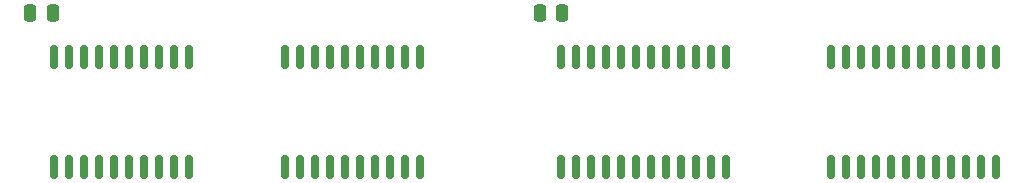
<source format=gbr>
%TF.GenerationSoftware,KiCad,Pcbnew,(6.0.0-0)*%
%TF.CreationDate,2022-10-19T21:39:45-04:00*%
%TF.ProjectId,CPU-Instruction-Decoder,4350552d-496e-4737-9472-756374696f6e,rev?*%
%TF.SameCoordinates,Original*%
%TF.FileFunction,Paste,Top*%
%TF.FilePolarity,Positive*%
%FSLAX46Y46*%
G04 Gerber Fmt 4.6, Leading zero omitted, Abs format (unit mm)*
G04 Created by KiCad (PCBNEW (6.0.0-0)) date 2022-10-19 21:39:45*
%MOMM*%
%LPD*%
G01*
G04 APERTURE LIST*
G04 Aperture macros list*
%AMRoundRect*
0 Rectangle with rounded corners*
0 $1 Rounding radius*
0 $2 $3 $4 $5 $6 $7 $8 $9 X,Y pos of 4 corners*
0 Add a 4 corners polygon primitive as box body*
4,1,4,$2,$3,$4,$5,$6,$7,$8,$9,$2,$3,0*
0 Add four circle primitives for the rounded corners*
1,1,$1+$1,$2,$3*
1,1,$1+$1,$4,$5*
1,1,$1+$1,$6,$7*
1,1,$1+$1,$8,$9*
0 Add four rect primitives between the rounded corners*
20,1,$1+$1,$2,$3,$4,$5,0*
20,1,$1+$1,$4,$5,$6,$7,0*
20,1,$1+$1,$6,$7,$8,$9,0*
20,1,$1+$1,$8,$9,$2,$3,0*%
G04 Aperture macros list end*
%ADD10RoundRect,0.150000X0.150000X-0.875000X0.150000X0.875000X-0.150000X0.875000X-0.150000X-0.875000X0*%
%ADD11RoundRect,0.250000X0.250000X0.475000X-0.250000X0.475000X-0.250000X-0.475000X0.250000X-0.475000X0*%
G04 APERTURE END LIST*
D10*
%TO.C,U2*%
X288417000Y-209472000D03*
X289687000Y-209472000D03*
X290957000Y-209472000D03*
X292227000Y-209472000D03*
X293497000Y-209472000D03*
X294767000Y-209472000D03*
X296037000Y-209472000D03*
X297307000Y-209472000D03*
X298577000Y-209472000D03*
X299847000Y-209472000D03*
X301117000Y-209472000D03*
X302387000Y-209472000D03*
X302387000Y-218772000D03*
X301117000Y-218772000D03*
X299847000Y-218772000D03*
X298577000Y-218772000D03*
X297307000Y-218772000D03*
X296037000Y-218772000D03*
X294767000Y-218772000D03*
X293497000Y-218772000D03*
X292227000Y-218772000D03*
X290957000Y-218772000D03*
X289687000Y-218772000D03*
X288417000Y-218772000D03*
%TD*%
%TO.C,U11*%
X265049000Y-209472000D03*
X266319000Y-209472000D03*
X267589000Y-209472000D03*
X268859000Y-209472000D03*
X270129000Y-209472000D03*
X271399000Y-209472000D03*
X272669000Y-209472000D03*
X273939000Y-209472000D03*
X275209000Y-209472000D03*
X276479000Y-209472000D03*
X276479000Y-218772000D03*
X275209000Y-218772000D03*
X273939000Y-218772000D03*
X272669000Y-218772000D03*
X271399000Y-218772000D03*
X270129000Y-218772000D03*
X268859000Y-218772000D03*
X267589000Y-218772000D03*
X266319000Y-218772000D03*
X265049000Y-218772000D03*
%TD*%
%TO.C,U12*%
X245491000Y-209472000D03*
X246761000Y-209472000D03*
X248031000Y-209472000D03*
X249301000Y-209472000D03*
X250571000Y-209472000D03*
X251841000Y-209472000D03*
X253111000Y-209472000D03*
X254381000Y-209472000D03*
X255651000Y-209472000D03*
X256921000Y-209472000D03*
X256921000Y-218772000D03*
X255651000Y-218772000D03*
X254381000Y-218772000D03*
X253111000Y-218772000D03*
X251841000Y-218772000D03*
X250571000Y-218772000D03*
X249301000Y-218772000D03*
X248031000Y-218772000D03*
X246761000Y-218772000D03*
X245491000Y-218772000D03*
%TD*%
%TO.C,U7*%
X311277000Y-209472000D03*
X312547000Y-209472000D03*
X313817000Y-209472000D03*
X315087000Y-209472000D03*
X316357000Y-209472000D03*
X317627000Y-209472000D03*
X318897000Y-209472000D03*
X320167000Y-209472000D03*
X321437000Y-209472000D03*
X322707000Y-209472000D03*
X323977000Y-209472000D03*
X325247000Y-209472000D03*
X325247000Y-218772000D03*
X323977000Y-218772000D03*
X322707000Y-218772000D03*
X321437000Y-218772000D03*
X320167000Y-218772000D03*
X318897000Y-218772000D03*
X317627000Y-218772000D03*
X316357000Y-218772000D03*
X315087000Y-218772000D03*
X313817000Y-218772000D03*
X312547000Y-218772000D03*
X311277000Y-218772000D03*
%TD*%
D11*
%TO.C,C2*%
X286578000Y-205740000D03*
X288478000Y-205740000D03*
%TD*%
%TO.C,C1*%
X243464000Y-205740000D03*
X245364000Y-205740000D03*
%TD*%
M02*

</source>
